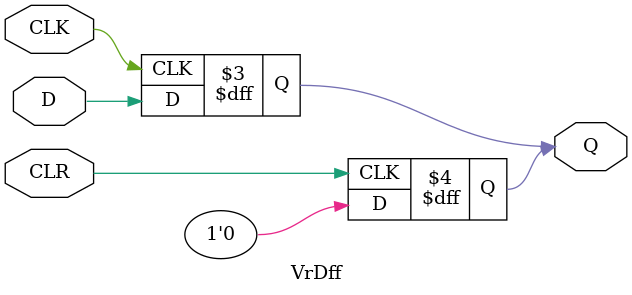
<source format=sv>
module VrDff(
    input CLK, CLR, D,
    output reg Q
);

always @(posedge CLR) begin
    Q <= 0;
end

always @(posedge CLK) begin
    Q <= D;
end


endmodule
</source>
